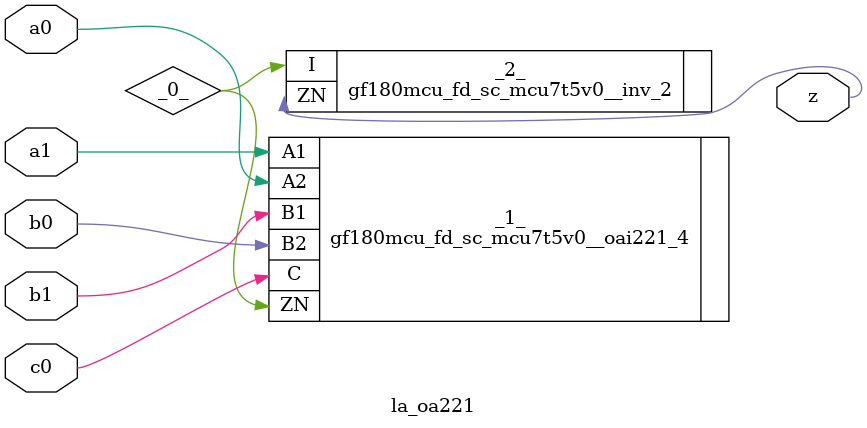
<source format=v>

/* Generated by Yosys 0.44 (git sha1 80ba43d26, g++ 11.4.0-1ubuntu1~22.04 -fPIC -O3) */

(* top =  1  *)
(* src = "inputs/la_oa221.v:10.1-23.10" *)
module la_oa221 (
    a0,
    a1,
    b0,
    b1,
    c0,
    z
);
  wire _0_;
  (* src = "inputs/la_oa221.v:13.12-13.14" *)
  input a0;
  wire a0;
  (* src = "inputs/la_oa221.v:14.12-14.14" *)
  input a1;
  wire a1;
  (* src = "inputs/la_oa221.v:15.12-15.14" *)
  input b0;
  wire b0;
  (* src = "inputs/la_oa221.v:16.12-16.14" *)
  input b1;
  wire b1;
  (* src = "inputs/la_oa221.v:17.12-17.14" *)
  input c0;
  wire c0;
  (* src = "inputs/la_oa221.v:18.12-18.13" *)
  output z;
  wire z;
  gf180mcu_fd_sc_mcu7t5v0__oai221_4 _1_ (
      .A1(a1),
      .A2(a0),
      .B1(b1),
      .B2(b0),
      .C (c0),
      .ZN(_0_)
  );
  gf180mcu_fd_sc_mcu7t5v0__inv_2 _2_ (
      .I (_0_),
      .ZN(z)
  );
endmodule

</source>
